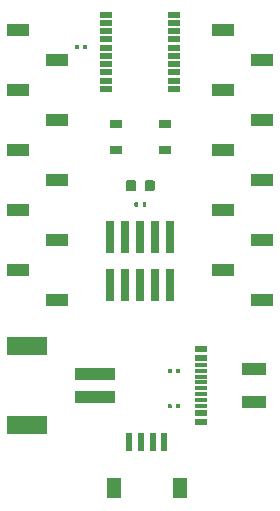
<source format=gbr>
G04 #@! TF.GenerationSoftware,KiCad,Pcbnew,(5.1.5-0-10_14)*
G04 #@! TF.CreationDate,2020-10-08T09:40:03+02:00*
G04 #@! TF.ProjectId,s1-popout-board,73312d70-6f70-46f7-9574-2d626f617264,2*
G04 #@! TF.SameCoordinates,Original*
G04 #@! TF.FileFunction,Paste,Top*
G04 #@! TF.FilePolarity,Positive*
%FSLAX46Y46*%
G04 Gerber Fmt 4.6, Leading zero omitted, Abs format (unit mm)*
G04 Created by KiCad (PCBNEW (5.1.5-0-10_14)) date 2020-10-08 09:40:03*
%MOMM*%
%LPD*%
G04 APERTURE LIST*
%ADD10R,2.006600X0.990600*%
%ADD11R,1.092200X0.558800*%
%ADD12R,1.041400X0.304800*%
%ADD13R,1.050000X0.650000*%
%ADD14C,0.100000*%
%ADD15R,0.600000X1.550000*%
%ADD16R,1.200000X1.800000*%
%ADD17R,0.740000X2.790000*%
%ADD18R,3.400000X1.500000*%
%ADD19R,3.500000X1.000000*%
%ADD20R,1.900000X1.000000*%
%ADD21R,1.000000X0.480000*%
G04 APERTURE END LIST*
D10*
X116596000Y-76650001D03*
X116596000Y-79450000D03*
D11*
X112100000Y-74950001D03*
X112100000Y-75700000D03*
D12*
X112100000Y-76300001D03*
X112100000Y-76800000D03*
X112100000Y-77299999D03*
X112100000Y-77800001D03*
X112100000Y-78300000D03*
X112100000Y-78800001D03*
X112100000Y-79300000D03*
X112100000Y-79799999D03*
D11*
X112100000Y-80400001D03*
X112100000Y-81150000D03*
D13*
X104875000Y-58096666D03*
X104875000Y-55946666D03*
X109025000Y-55946666D03*
X109025000Y-58096666D03*
D14*
G36*
X101692292Y-49220383D02*
G01*
X101700010Y-49221528D01*
X101707578Y-49223423D01*
X101714923Y-49226052D01*
X101721976Y-49229387D01*
X101728668Y-49233398D01*
X101734934Y-49238046D01*
X101740715Y-49243285D01*
X101745954Y-49249066D01*
X101750602Y-49255332D01*
X101754613Y-49262024D01*
X101757948Y-49269077D01*
X101760577Y-49276422D01*
X101762472Y-49283990D01*
X101763617Y-49291708D01*
X101764000Y-49299500D01*
X101764000Y-49500500D01*
X101763617Y-49508292D01*
X101762472Y-49516010D01*
X101760577Y-49523578D01*
X101757948Y-49530923D01*
X101754613Y-49537976D01*
X101750602Y-49544668D01*
X101745954Y-49550934D01*
X101740715Y-49556715D01*
X101734934Y-49561954D01*
X101728668Y-49566602D01*
X101721976Y-49570613D01*
X101714923Y-49573948D01*
X101707578Y-49576577D01*
X101700010Y-49578472D01*
X101692292Y-49579617D01*
X101684500Y-49580000D01*
X101525500Y-49580000D01*
X101517708Y-49579617D01*
X101509990Y-49578472D01*
X101502422Y-49576577D01*
X101495077Y-49573948D01*
X101488024Y-49570613D01*
X101481332Y-49566602D01*
X101475066Y-49561954D01*
X101469285Y-49556715D01*
X101464046Y-49550934D01*
X101459398Y-49544668D01*
X101455387Y-49537976D01*
X101452052Y-49530923D01*
X101449423Y-49523578D01*
X101447528Y-49516010D01*
X101446383Y-49508292D01*
X101446000Y-49500500D01*
X101446000Y-49299500D01*
X101446383Y-49291708D01*
X101447528Y-49283990D01*
X101449423Y-49276422D01*
X101452052Y-49269077D01*
X101455387Y-49262024D01*
X101459398Y-49255332D01*
X101464046Y-49249066D01*
X101469285Y-49243285D01*
X101475066Y-49238046D01*
X101481332Y-49233398D01*
X101488024Y-49229387D01*
X101495077Y-49226052D01*
X101502422Y-49223423D01*
X101509990Y-49221528D01*
X101517708Y-49220383D01*
X101525500Y-49220000D01*
X101684500Y-49220000D01*
X101692292Y-49220383D01*
G37*
G36*
X102382292Y-49220383D02*
G01*
X102390010Y-49221528D01*
X102397578Y-49223423D01*
X102404923Y-49226052D01*
X102411976Y-49229387D01*
X102418668Y-49233398D01*
X102424934Y-49238046D01*
X102430715Y-49243285D01*
X102435954Y-49249066D01*
X102440602Y-49255332D01*
X102444613Y-49262024D01*
X102447948Y-49269077D01*
X102450577Y-49276422D01*
X102452472Y-49283990D01*
X102453617Y-49291708D01*
X102454000Y-49299500D01*
X102454000Y-49500500D01*
X102453617Y-49508292D01*
X102452472Y-49516010D01*
X102450577Y-49523578D01*
X102447948Y-49530923D01*
X102444613Y-49537976D01*
X102440602Y-49544668D01*
X102435954Y-49550934D01*
X102430715Y-49556715D01*
X102424934Y-49561954D01*
X102418668Y-49566602D01*
X102411976Y-49570613D01*
X102404923Y-49573948D01*
X102397578Y-49576577D01*
X102390010Y-49578472D01*
X102382292Y-49579617D01*
X102374500Y-49580000D01*
X102215500Y-49580000D01*
X102207708Y-49579617D01*
X102199990Y-49578472D01*
X102192422Y-49576577D01*
X102185077Y-49573948D01*
X102178024Y-49570613D01*
X102171332Y-49566602D01*
X102165066Y-49561954D01*
X102159285Y-49556715D01*
X102154046Y-49550934D01*
X102149398Y-49544668D01*
X102145387Y-49537976D01*
X102142052Y-49530923D01*
X102139423Y-49523578D01*
X102137528Y-49516010D01*
X102136383Y-49508292D01*
X102136000Y-49500500D01*
X102136000Y-49299500D01*
X102136383Y-49291708D01*
X102137528Y-49283990D01*
X102139423Y-49276422D01*
X102142052Y-49269077D01*
X102145387Y-49262024D01*
X102149398Y-49255332D01*
X102154046Y-49249066D01*
X102159285Y-49243285D01*
X102165066Y-49238046D01*
X102171332Y-49233398D01*
X102178024Y-49229387D01*
X102185077Y-49226052D01*
X102192422Y-49223423D01*
X102199990Y-49221528D01*
X102207708Y-49220383D01*
X102215500Y-49220000D01*
X102374500Y-49220000D01*
X102382292Y-49220383D01*
G37*
G36*
X106717292Y-62545383D02*
G01*
X106725010Y-62546528D01*
X106732578Y-62548423D01*
X106739923Y-62551052D01*
X106746976Y-62554387D01*
X106753668Y-62558398D01*
X106759934Y-62563046D01*
X106765715Y-62568285D01*
X106770954Y-62574066D01*
X106775602Y-62580332D01*
X106779613Y-62587024D01*
X106782948Y-62594077D01*
X106785577Y-62601422D01*
X106787472Y-62608990D01*
X106788617Y-62616708D01*
X106789000Y-62624500D01*
X106789000Y-62825500D01*
X106788617Y-62833292D01*
X106787472Y-62841010D01*
X106785577Y-62848578D01*
X106782948Y-62855923D01*
X106779613Y-62862976D01*
X106775602Y-62869668D01*
X106770954Y-62875934D01*
X106765715Y-62881715D01*
X106759934Y-62886954D01*
X106753668Y-62891602D01*
X106746976Y-62895613D01*
X106739923Y-62898948D01*
X106732578Y-62901577D01*
X106725010Y-62903472D01*
X106717292Y-62904617D01*
X106709500Y-62905000D01*
X106550500Y-62905000D01*
X106542708Y-62904617D01*
X106534990Y-62903472D01*
X106527422Y-62901577D01*
X106520077Y-62898948D01*
X106513024Y-62895613D01*
X106506332Y-62891602D01*
X106500066Y-62886954D01*
X106494285Y-62881715D01*
X106489046Y-62875934D01*
X106484398Y-62869668D01*
X106480387Y-62862976D01*
X106477052Y-62855923D01*
X106474423Y-62848578D01*
X106472528Y-62841010D01*
X106471383Y-62833292D01*
X106471000Y-62825500D01*
X106471000Y-62624500D01*
X106471383Y-62616708D01*
X106472528Y-62608990D01*
X106474423Y-62601422D01*
X106477052Y-62594077D01*
X106480387Y-62587024D01*
X106484398Y-62580332D01*
X106489046Y-62574066D01*
X106494285Y-62568285D01*
X106500066Y-62563046D01*
X106506332Y-62558398D01*
X106513024Y-62554387D01*
X106520077Y-62551052D01*
X106527422Y-62548423D01*
X106534990Y-62546528D01*
X106542708Y-62545383D01*
X106550500Y-62545000D01*
X106709500Y-62545000D01*
X106717292Y-62545383D01*
G37*
G36*
X107407292Y-62545383D02*
G01*
X107415010Y-62546528D01*
X107422578Y-62548423D01*
X107429923Y-62551052D01*
X107436976Y-62554387D01*
X107443668Y-62558398D01*
X107449934Y-62563046D01*
X107455715Y-62568285D01*
X107460954Y-62574066D01*
X107465602Y-62580332D01*
X107469613Y-62587024D01*
X107472948Y-62594077D01*
X107475577Y-62601422D01*
X107477472Y-62608990D01*
X107478617Y-62616708D01*
X107479000Y-62624500D01*
X107479000Y-62825500D01*
X107478617Y-62833292D01*
X107477472Y-62841010D01*
X107475577Y-62848578D01*
X107472948Y-62855923D01*
X107469613Y-62862976D01*
X107465602Y-62869668D01*
X107460954Y-62875934D01*
X107455715Y-62881715D01*
X107449934Y-62886954D01*
X107443668Y-62891602D01*
X107436976Y-62895613D01*
X107429923Y-62898948D01*
X107422578Y-62901577D01*
X107415010Y-62903472D01*
X107407292Y-62904617D01*
X107399500Y-62905000D01*
X107240500Y-62905000D01*
X107232708Y-62904617D01*
X107224990Y-62903472D01*
X107217422Y-62901577D01*
X107210077Y-62898948D01*
X107203024Y-62895613D01*
X107196332Y-62891602D01*
X107190066Y-62886954D01*
X107184285Y-62881715D01*
X107179046Y-62875934D01*
X107174398Y-62869668D01*
X107170387Y-62862976D01*
X107167052Y-62855923D01*
X107164423Y-62848578D01*
X107162528Y-62841010D01*
X107161383Y-62833292D01*
X107161000Y-62825500D01*
X107161000Y-62624500D01*
X107161383Y-62616708D01*
X107162528Y-62608990D01*
X107164423Y-62601422D01*
X107167052Y-62594077D01*
X107170387Y-62587024D01*
X107174398Y-62580332D01*
X107179046Y-62574066D01*
X107184285Y-62568285D01*
X107190066Y-62563046D01*
X107196332Y-62558398D01*
X107203024Y-62554387D01*
X107210077Y-62551052D01*
X107217422Y-62548423D01*
X107224990Y-62546528D01*
X107232708Y-62545383D01*
X107240500Y-62545000D01*
X107399500Y-62545000D01*
X107407292Y-62545383D01*
G37*
G36*
X109542292Y-79620383D02*
G01*
X109550010Y-79621528D01*
X109557578Y-79623423D01*
X109564923Y-79626052D01*
X109571976Y-79629387D01*
X109578668Y-79633398D01*
X109584934Y-79638046D01*
X109590715Y-79643285D01*
X109595954Y-79649066D01*
X109600602Y-79655332D01*
X109604613Y-79662024D01*
X109607948Y-79669077D01*
X109610577Y-79676422D01*
X109612472Y-79683990D01*
X109613617Y-79691708D01*
X109614000Y-79699500D01*
X109614000Y-79900500D01*
X109613617Y-79908292D01*
X109612472Y-79916010D01*
X109610577Y-79923578D01*
X109607948Y-79930923D01*
X109604613Y-79937976D01*
X109600602Y-79944668D01*
X109595954Y-79950934D01*
X109590715Y-79956715D01*
X109584934Y-79961954D01*
X109578668Y-79966602D01*
X109571976Y-79970613D01*
X109564923Y-79973948D01*
X109557578Y-79976577D01*
X109550010Y-79978472D01*
X109542292Y-79979617D01*
X109534500Y-79980000D01*
X109375500Y-79980000D01*
X109367708Y-79979617D01*
X109359990Y-79978472D01*
X109352422Y-79976577D01*
X109345077Y-79973948D01*
X109338024Y-79970613D01*
X109331332Y-79966602D01*
X109325066Y-79961954D01*
X109319285Y-79956715D01*
X109314046Y-79950934D01*
X109309398Y-79944668D01*
X109305387Y-79937976D01*
X109302052Y-79930923D01*
X109299423Y-79923578D01*
X109297528Y-79916010D01*
X109296383Y-79908292D01*
X109296000Y-79900500D01*
X109296000Y-79699500D01*
X109296383Y-79691708D01*
X109297528Y-79683990D01*
X109299423Y-79676422D01*
X109302052Y-79669077D01*
X109305387Y-79662024D01*
X109309398Y-79655332D01*
X109314046Y-79649066D01*
X109319285Y-79643285D01*
X109325066Y-79638046D01*
X109331332Y-79633398D01*
X109338024Y-79629387D01*
X109345077Y-79626052D01*
X109352422Y-79623423D01*
X109359990Y-79621528D01*
X109367708Y-79620383D01*
X109375500Y-79620000D01*
X109534500Y-79620000D01*
X109542292Y-79620383D01*
G37*
G36*
X110232292Y-79620383D02*
G01*
X110240010Y-79621528D01*
X110247578Y-79623423D01*
X110254923Y-79626052D01*
X110261976Y-79629387D01*
X110268668Y-79633398D01*
X110274934Y-79638046D01*
X110280715Y-79643285D01*
X110285954Y-79649066D01*
X110290602Y-79655332D01*
X110294613Y-79662024D01*
X110297948Y-79669077D01*
X110300577Y-79676422D01*
X110302472Y-79683990D01*
X110303617Y-79691708D01*
X110304000Y-79699500D01*
X110304000Y-79900500D01*
X110303617Y-79908292D01*
X110302472Y-79916010D01*
X110300577Y-79923578D01*
X110297948Y-79930923D01*
X110294613Y-79937976D01*
X110290602Y-79944668D01*
X110285954Y-79950934D01*
X110280715Y-79956715D01*
X110274934Y-79961954D01*
X110268668Y-79966602D01*
X110261976Y-79970613D01*
X110254923Y-79973948D01*
X110247578Y-79976577D01*
X110240010Y-79978472D01*
X110232292Y-79979617D01*
X110224500Y-79980000D01*
X110065500Y-79980000D01*
X110057708Y-79979617D01*
X110049990Y-79978472D01*
X110042422Y-79976577D01*
X110035077Y-79973948D01*
X110028024Y-79970613D01*
X110021332Y-79966602D01*
X110015066Y-79961954D01*
X110009285Y-79956715D01*
X110004046Y-79950934D01*
X109999398Y-79944668D01*
X109995387Y-79937976D01*
X109992052Y-79930923D01*
X109989423Y-79923578D01*
X109987528Y-79916010D01*
X109986383Y-79908292D01*
X109986000Y-79900500D01*
X109986000Y-79699500D01*
X109986383Y-79691708D01*
X109987528Y-79683990D01*
X109989423Y-79676422D01*
X109992052Y-79669077D01*
X109995387Y-79662024D01*
X109999398Y-79655332D01*
X110004046Y-79649066D01*
X110009285Y-79643285D01*
X110015066Y-79638046D01*
X110021332Y-79633398D01*
X110028024Y-79629387D01*
X110035077Y-79626052D01*
X110042422Y-79623423D01*
X110049990Y-79621528D01*
X110057708Y-79620383D01*
X110065500Y-79620000D01*
X110224500Y-79620000D01*
X110232292Y-79620383D01*
G37*
G36*
X109562292Y-76620383D02*
G01*
X109570010Y-76621528D01*
X109577578Y-76623423D01*
X109584923Y-76626052D01*
X109591976Y-76629387D01*
X109598668Y-76633398D01*
X109604934Y-76638046D01*
X109610715Y-76643285D01*
X109615954Y-76649066D01*
X109620602Y-76655332D01*
X109624613Y-76662024D01*
X109627948Y-76669077D01*
X109630577Y-76676422D01*
X109632472Y-76683990D01*
X109633617Y-76691708D01*
X109634000Y-76699500D01*
X109634000Y-76900500D01*
X109633617Y-76908292D01*
X109632472Y-76916010D01*
X109630577Y-76923578D01*
X109627948Y-76930923D01*
X109624613Y-76937976D01*
X109620602Y-76944668D01*
X109615954Y-76950934D01*
X109610715Y-76956715D01*
X109604934Y-76961954D01*
X109598668Y-76966602D01*
X109591976Y-76970613D01*
X109584923Y-76973948D01*
X109577578Y-76976577D01*
X109570010Y-76978472D01*
X109562292Y-76979617D01*
X109554500Y-76980000D01*
X109395500Y-76980000D01*
X109387708Y-76979617D01*
X109379990Y-76978472D01*
X109372422Y-76976577D01*
X109365077Y-76973948D01*
X109358024Y-76970613D01*
X109351332Y-76966602D01*
X109345066Y-76961954D01*
X109339285Y-76956715D01*
X109334046Y-76950934D01*
X109329398Y-76944668D01*
X109325387Y-76937976D01*
X109322052Y-76930923D01*
X109319423Y-76923578D01*
X109317528Y-76916010D01*
X109316383Y-76908292D01*
X109316000Y-76900500D01*
X109316000Y-76699500D01*
X109316383Y-76691708D01*
X109317528Y-76683990D01*
X109319423Y-76676422D01*
X109322052Y-76669077D01*
X109325387Y-76662024D01*
X109329398Y-76655332D01*
X109334046Y-76649066D01*
X109339285Y-76643285D01*
X109345066Y-76638046D01*
X109351332Y-76633398D01*
X109358024Y-76629387D01*
X109365077Y-76626052D01*
X109372422Y-76623423D01*
X109379990Y-76621528D01*
X109387708Y-76620383D01*
X109395500Y-76620000D01*
X109554500Y-76620000D01*
X109562292Y-76620383D01*
G37*
G36*
X110252292Y-76620383D02*
G01*
X110260010Y-76621528D01*
X110267578Y-76623423D01*
X110274923Y-76626052D01*
X110281976Y-76629387D01*
X110288668Y-76633398D01*
X110294934Y-76638046D01*
X110300715Y-76643285D01*
X110305954Y-76649066D01*
X110310602Y-76655332D01*
X110314613Y-76662024D01*
X110317948Y-76669077D01*
X110320577Y-76676422D01*
X110322472Y-76683990D01*
X110323617Y-76691708D01*
X110324000Y-76699500D01*
X110324000Y-76900500D01*
X110323617Y-76908292D01*
X110322472Y-76916010D01*
X110320577Y-76923578D01*
X110317948Y-76930923D01*
X110314613Y-76937976D01*
X110310602Y-76944668D01*
X110305954Y-76950934D01*
X110300715Y-76956715D01*
X110294934Y-76961954D01*
X110288668Y-76966602D01*
X110281976Y-76970613D01*
X110274923Y-76973948D01*
X110267578Y-76976577D01*
X110260010Y-76978472D01*
X110252292Y-76979617D01*
X110244500Y-76980000D01*
X110085500Y-76980000D01*
X110077708Y-76979617D01*
X110069990Y-76978472D01*
X110062422Y-76976577D01*
X110055077Y-76973948D01*
X110048024Y-76970613D01*
X110041332Y-76966602D01*
X110035066Y-76961954D01*
X110029285Y-76956715D01*
X110024046Y-76950934D01*
X110019398Y-76944668D01*
X110015387Y-76937976D01*
X110012052Y-76930923D01*
X110009423Y-76923578D01*
X110007528Y-76916010D01*
X110006383Y-76908292D01*
X110006000Y-76900500D01*
X110006000Y-76699500D01*
X110006383Y-76691708D01*
X110007528Y-76683990D01*
X110009423Y-76676422D01*
X110012052Y-76669077D01*
X110015387Y-76662024D01*
X110019398Y-76655332D01*
X110024046Y-76649066D01*
X110029285Y-76643285D01*
X110035066Y-76638046D01*
X110041332Y-76633398D01*
X110048024Y-76629387D01*
X110055077Y-76626052D01*
X110062422Y-76623423D01*
X110069990Y-76621528D01*
X110077708Y-76620383D01*
X110085500Y-76620000D01*
X110244500Y-76620000D01*
X110252292Y-76620383D01*
G37*
D15*
X109000000Y-82875000D03*
X108000000Y-82875000D03*
X107000000Y-82875000D03*
X106000000Y-82875000D03*
D16*
X104700000Y-86750000D03*
X110300000Y-86750000D03*
D17*
X108220000Y-69585000D03*
X109490000Y-65515000D03*
X109490000Y-69585000D03*
X108220000Y-65515000D03*
X106950000Y-65515000D03*
X106950000Y-69585000D03*
X105680000Y-65515000D03*
X105680000Y-69585000D03*
X104410000Y-65515000D03*
X104410000Y-69585000D03*
D18*
X97350000Y-74700000D03*
X97350000Y-81400000D03*
D19*
X103100000Y-77050000D03*
X103100000Y-79050000D03*
D20*
X117300000Y-70850000D03*
X117300000Y-65770000D03*
X117300000Y-60690000D03*
X117300000Y-55610000D03*
X117300000Y-50530000D03*
X114000000Y-68310000D03*
X114000000Y-63230000D03*
X114000000Y-58150000D03*
X114000000Y-53070000D03*
X114000000Y-47990000D03*
D21*
X109850000Y-46650000D03*
X104050000Y-47350000D03*
X104050000Y-46650000D03*
X104050000Y-48050000D03*
X104050000Y-48750000D03*
X104050000Y-49450000D03*
X104050000Y-50150000D03*
X104050000Y-50850000D03*
X104050000Y-51550000D03*
X104050000Y-52250000D03*
X104050000Y-52950000D03*
X109850000Y-52950000D03*
X109850000Y-52250000D03*
X109850000Y-51550000D03*
X109850000Y-50850000D03*
X109850000Y-50150000D03*
X109850000Y-49450000D03*
X109850000Y-48750000D03*
X109850000Y-48050000D03*
X109850000Y-47350000D03*
D20*
X99900000Y-70850000D03*
X99900000Y-65770000D03*
X99900000Y-60690000D03*
X99900000Y-55610000D03*
X99900000Y-50530000D03*
X96600000Y-68310000D03*
X96600000Y-63230000D03*
X96600000Y-58150000D03*
X96600000Y-53070000D03*
X96600000Y-47990000D03*
D14*
G36*
X106422691Y-60664385D02*
G01*
X106443926Y-60667535D01*
X106464750Y-60672751D01*
X106484962Y-60679983D01*
X106504368Y-60689162D01*
X106522781Y-60700198D01*
X106540024Y-60712986D01*
X106555930Y-60727402D01*
X106570346Y-60743308D01*
X106583134Y-60760551D01*
X106594170Y-60778964D01*
X106603349Y-60798370D01*
X106610581Y-60818582D01*
X106615797Y-60839406D01*
X106618947Y-60860641D01*
X106620000Y-60882082D01*
X106620000Y-61394582D01*
X106618947Y-61416023D01*
X106615797Y-61437258D01*
X106610581Y-61458082D01*
X106603349Y-61478294D01*
X106594170Y-61497700D01*
X106583134Y-61516113D01*
X106570346Y-61533356D01*
X106555930Y-61549262D01*
X106540024Y-61563678D01*
X106522781Y-61576466D01*
X106504368Y-61587502D01*
X106484962Y-61596681D01*
X106464750Y-61603913D01*
X106443926Y-61609129D01*
X106422691Y-61612279D01*
X106401250Y-61613332D01*
X105963750Y-61613332D01*
X105942309Y-61612279D01*
X105921074Y-61609129D01*
X105900250Y-61603913D01*
X105880038Y-61596681D01*
X105860632Y-61587502D01*
X105842219Y-61576466D01*
X105824976Y-61563678D01*
X105809070Y-61549262D01*
X105794654Y-61533356D01*
X105781866Y-61516113D01*
X105770830Y-61497700D01*
X105761651Y-61478294D01*
X105754419Y-61458082D01*
X105749203Y-61437258D01*
X105746053Y-61416023D01*
X105745000Y-61394582D01*
X105745000Y-60882082D01*
X105746053Y-60860641D01*
X105749203Y-60839406D01*
X105754419Y-60818582D01*
X105761651Y-60798370D01*
X105770830Y-60778964D01*
X105781866Y-60760551D01*
X105794654Y-60743308D01*
X105809070Y-60727402D01*
X105824976Y-60712986D01*
X105842219Y-60700198D01*
X105860632Y-60689162D01*
X105880038Y-60679983D01*
X105900250Y-60672751D01*
X105921074Y-60667535D01*
X105942309Y-60664385D01*
X105963750Y-60663332D01*
X106401250Y-60663332D01*
X106422691Y-60664385D01*
G37*
G36*
X107997691Y-60664385D02*
G01*
X108018926Y-60667535D01*
X108039750Y-60672751D01*
X108059962Y-60679983D01*
X108079368Y-60689162D01*
X108097781Y-60700198D01*
X108115024Y-60712986D01*
X108130930Y-60727402D01*
X108145346Y-60743308D01*
X108158134Y-60760551D01*
X108169170Y-60778964D01*
X108178349Y-60798370D01*
X108185581Y-60818582D01*
X108190797Y-60839406D01*
X108193947Y-60860641D01*
X108195000Y-60882082D01*
X108195000Y-61394582D01*
X108193947Y-61416023D01*
X108190797Y-61437258D01*
X108185581Y-61458082D01*
X108178349Y-61478294D01*
X108169170Y-61497700D01*
X108158134Y-61516113D01*
X108145346Y-61533356D01*
X108130930Y-61549262D01*
X108115024Y-61563678D01*
X108097781Y-61576466D01*
X108079368Y-61587502D01*
X108059962Y-61596681D01*
X108039750Y-61603913D01*
X108018926Y-61609129D01*
X107997691Y-61612279D01*
X107976250Y-61613332D01*
X107538750Y-61613332D01*
X107517309Y-61612279D01*
X107496074Y-61609129D01*
X107475250Y-61603913D01*
X107455038Y-61596681D01*
X107435632Y-61587502D01*
X107417219Y-61576466D01*
X107399976Y-61563678D01*
X107384070Y-61549262D01*
X107369654Y-61533356D01*
X107356866Y-61516113D01*
X107345830Y-61497700D01*
X107336651Y-61478294D01*
X107329419Y-61458082D01*
X107324203Y-61437258D01*
X107321053Y-61416023D01*
X107320000Y-61394582D01*
X107320000Y-60882082D01*
X107321053Y-60860641D01*
X107324203Y-60839406D01*
X107329419Y-60818582D01*
X107336651Y-60798370D01*
X107345830Y-60778964D01*
X107356866Y-60760551D01*
X107369654Y-60743308D01*
X107384070Y-60727402D01*
X107399976Y-60712986D01*
X107417219Y-60700198D01*
X107435632Y-60689162D01*
X107455038Y-60679983D01*
X107475250Y-60672751D01*
X107496074Y-60667535D01*
X107517309Y-60664385D01*
X107538750Y-60663332D01*
X107976250Y-60663332D01*
X107997691Y-60664385D01*
G37*
M02*

</source>
